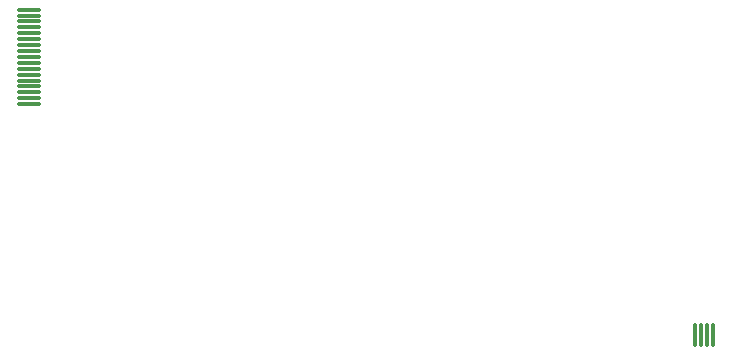
<source format=gbr>
%TF.GenerationSoftware,KiCad,Pcbnew,9.0.1*%
%TF.CreationDate,2025-05-14T13:37:06+02:00*%
%TF.ProjectId,Card_Adapter_Flex_AddOn,43617264-5f41-4646-9170-7465725f466c,0*%
%TF.SameCoordinates,Original*%
%TF.FileFunction,Paste,Bot*%
%TF.FilePolarity,Positive*%
%FSLAX46Y46*%
G04 Gerber Fmt 4.6, Leading zero omitted, Abs format (unit mm)*
G04 Created by KiCad (PCBNEW 9.0.1) date 2025-05-14 13:37:06*
%MOMM*%
%LPD*%
G01*
G04 APERTURE LIST*
G04 Aperture macros list*
%AMRoundRect*
0 Rectangle with rounded corners*
0 $1 Rounding radius*
0 $2 $3 $4 $5 $6 $7 $8 $9 X,Y pos of 4 corners*
0 Add a 4 corners polygon primitive as box body*
4,1,4,$2,$3,$4,$5,$6,$7,$8,$9,$2,$3,0*
0 Add four circle primitives for the rounded corners*
1,1,$1+$1,$2,$3*
1,1,$1+$1,$4,$5*
1,1,$1+$1,$6,$7*
1,1,$1+$1,$8,$9*
0 Add four rect primitives between the rounded corners*
20,1,$1+$1,$2,$3,$4,$5,0*
20,1,$1+$1,$4,$5,$6,$7,0*
20,1,$1+$1,$6,$7,$8,$9,0*
20,1,$1+$1,$8,$9,$2,$3,0*%
G04 Aperture macros list end*
%ADD10RoundRect,0.045000X-0.105000X-0.955000X0.105000X-0.955000X0.105000X0.955000X-0.105000X0.955000X0*%
%ADD11RoundRect,0.045000X-0.955000X0.105000X-0.955000X-0.105000X0.955000X-0.105000X0.955000X0.105000X0*%
G04 APERTURE END LIST*
D10*
%TO.C,J2*%
X121950000Y-80470000D03*
X121450000Y-80470000D03*
X120950000Y-80470000D03*
X120450000Y-80470000D03*
%TD*%
D11*
%TO.C,J1*%
X64100000Y-60950000D03*
X64100000Y-60450000D03*
X64100000Y-59950000D03*
X64100000Y-59450000D03*
X64100000Y-58950000D03*
X64100000Y-58450000D03*
X64100000Y-57950000D03*
X64100000Y-57450000D03*
X64100000Y-56950000D03*
X64100000Y-56450000D03*
X64100000Y-55950000D03*
X64100000Y-55450000D03*
X64100000Y-54950000D03*
X64100000Y-54450000D03*
X64100000Y-53950000D03*
X64100000Y-53450000D03*
X64100000Y-52950000D03*
%TD*%
M02*

</source>
